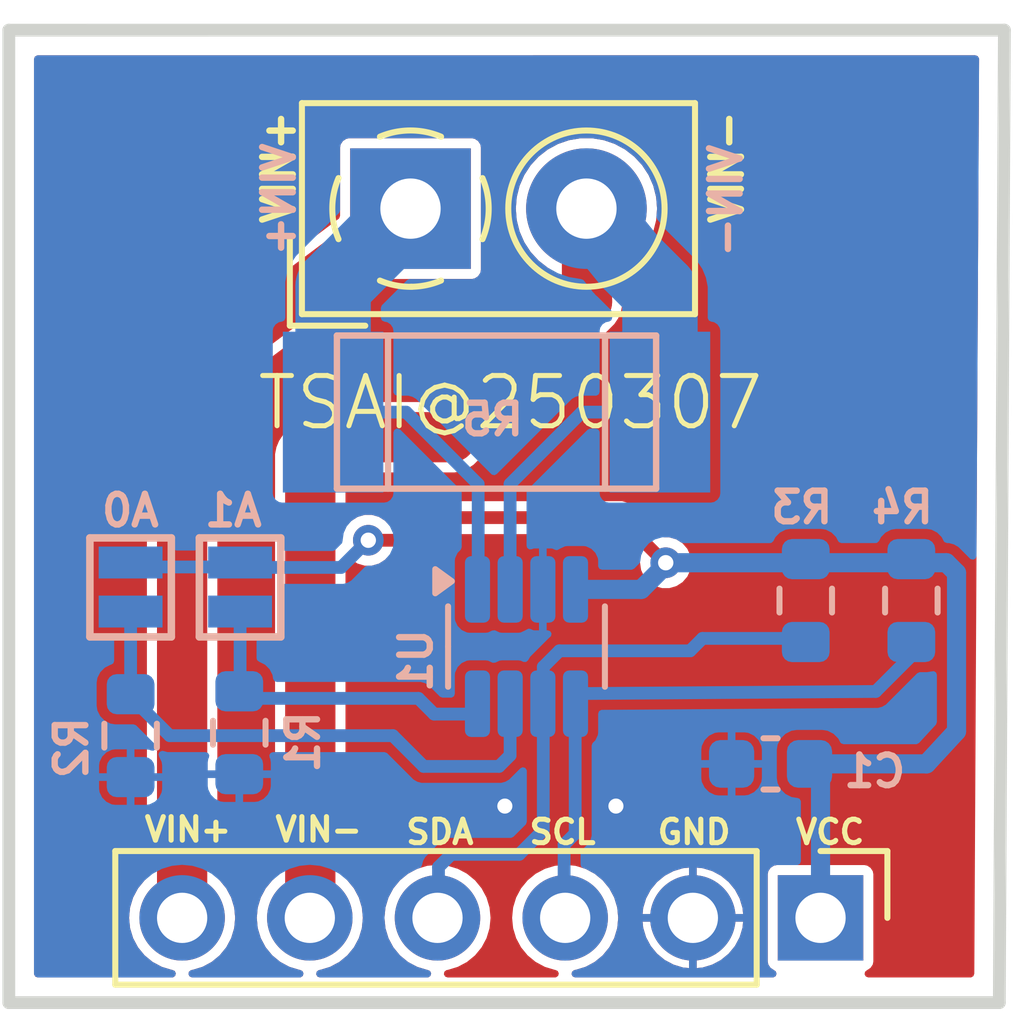
<source format=kicad_pcb>
(kicad_pcb (version 20240108) (generator "pcbnew") (generator_version "8.0")
  (layers (0 "F.Cu" signal "TopLayer") (31 "B.Cu" signal "BottomLayer") (34 "B.Paste" user "BottomPasteMaskLayer") (35 "F.Paste" user "TopPasteMaskLayer") (36 "B.SilkS" user "BottomSilkLayer") (37 "F.SilkS" user "TopSilkLayer") (38 "B.Mask" user "BottomSolderMaskLayer") (39 "F.Mask" user "TopSolderMaskLayer") (44 "Edge.Cuts" user "BoardOutLine"))
  (net 0 "")
  (net 1 "VCC")
  (net 2 "VIN-")
  (net 3 "VIN+")
  (net 4 "GND")
  (net 5 "SDA")
  (net 6 "SCL")
  (net 7 "Net-(U1-A1)")
  (net 8 "Net-(U1-A0)")
  (footprint "Connector_PinHeader_2.54mm:PinHeader_1x06_P2.54mm_Vertical" (layer "F.Cu") (at 153.6 116.5501 -90)
    (property "Reference" "J1" (hide yes))
    (property "Value" "Conn_01x06" (hide yes))
    (fp_line (start -1.33 14.03) (end 1.33 14.03) (stroke (width 0.12)) (layer "F.SilkS"))
    (fp_line (start -1.33 1.27) (end -1.33 14.03) (stroke (width 0.12)) (layer "F.SilkS"))
    (fp_line (start -1.33 1.27) (end 1.33 1.27) (stroke (width 0.12)) (layer "F.SilkS"))
    (fp_line (start 1.33 1.27) (end 1.33 14.03) (stroke (width 0.12)) (layer "F.SilkS"))
    (fp_line (start -1.33 0) (end -1.33 -1.33) (stroke (width 0.12)) (layer "F.SilkS"))
    (fp_line (start -1.33 -1.33) (end 0 -1.33) (stroke (width 0.12)) (layer "F.SilkS"))
    (pad "1" thru_hole rect (at 0 0 270) (size 1.7 1.7) (drill 1) (layers "*.Cu" "*.Mask" "In1.Cu" "In2.Cu" "In3.Cu" "In4.Cu" "In5.Cu" "In6.Cu" "In7.Cu" "In8.Cu" "In9.Cu" "In10.Cu" "In11.Cu" "In12.Cu" "In13.Cu" "In14.Cu" "In15.Cu" "In16.Cu" "In17.Cu" "In18.Cu" "In19.Cu" "In20.Cu" "In21.Cu" "In22.Cu" "In23.Cu" "In24.Cu" "In25.Cu" "In26.Cu" "In27.Cu" "In28.Cu" "In29.Cu" "In30.Cu") (net 1 "VCC"))
    (pad "2" thru_hole oval (at 0 2.54 270) (size 1.7 1.7) (drill 1) (layers "*.Cu" "*.Mask" "In1.Cu" "In2.Cu" "In3.Cu" "In4.Cu" "In5.Cu" "In6.Cu" "In7.Cu" "In8.Cu" "In9.Cu" "In10.Cu" "In11.Cu" "In12.Cu" "In13.Cu" "In14.Cu" "In15.Cu" "In16.Cu" "In17.Cu" "In18.Cu" "In19.Cu" "In20.Cu" "In21.Cu" "In22.Cu" "In23.Cu" "In24.Cu" "In25.Cu" "In26.Cu" "In27.Cu" "In28.Cu" "In29.Cu" "In30.Cu") (net 4 "GND"))
    (pad "3" thru_hole oval (at 0 5.08 270) (size 1.7 1.7) (drill 1) (layers "*.Cu" "*.Mask" "In1.Cu" "In2.Cu" "In3.Cu" "In4.Cu" "In5.Cu" "In6.Cu" "In7.Cu" "In8.Cu" "In9.Cu" "In10.Cu" "In11.Cu" "In12.Cu" "In13.Cu" "In14.Cu" "In15.Cu" "In16.Cu" "In17.Cu" "In18.Cu" "In19.Cu" "In20.Cu" "In21.Cu" "In22.Cu" "In23.Cu" "In24.Cu" "In25.Cu" "In26.Cu" "In27.Cu" "In28.Cu" "In29.Cu" "In30.Cu") (net 6 "SCL"))
    (pad "4" thru_hole oval (at 0 7.62 270) (size 1.7 1.7) (drill 1) (layers "*.Cu" "*.Mask" "In1.Cu" "In2.Cu" "In3.Cu" "In4.Cu" "In5.Cu" "In6.Cu" "In7.Cu" "In8.Cu" "In9.Cu" "In10.Cu" "In11.Cu" "In12.Cu" "In13.Cu" "In14.Cu" "In15.Cu" "In16.Cu" "In17.Cu" "In18.Cu" "In19.Cu" "In20.Cu" "In21.Cu" "In22.Cu" "In23.Cu" "In24.Cu" "In25.Cu" "In26.Cu" "In27.Cu" "In28.Cu" "In29.Cu" "In30.Cu") (net 5 "SDA"))
    (pad "5" thru_hole oval (at 0 10.16 270) (size 1.7 1.7) (drill 1) (layers "*.Cu" "*.Mask" "In1.Cu" "In2.Cu" "In3.Cu" "In4.Cu" "In5.Cu" "In6.Cu" "In7.Cu" "In8.Cu" "In9.Cu" "In10.Cu" "In11.Cu" "In12.Cu" "In13.Cu" "In14.Cu" "In15.Cu" "In16.Cu" "In17.Cu" "In18.Cu" "In19.Cu" "In20.Cu" "In21.Cu" "In22.Cu" "In23.Cu" "In24.Cu" "In25.Cu" "In26.Cu" "In27.Cu" "In28.Cu" "In29.Cu" "In30.Cu") (net 2 "VIN-"))
    (pad "6" thru_hole oval (at 0 12.7 270) (size 1.7 1.7) (drill 1) (layers "*.Cu" "*.Mask" "In1.Cu" "In2.Cu" "In3.Cu" "In4.Cu" "In5.Cu" "In6.Cu" "In7.Cu" "In8.Cu" "In9.Cu" "In10.Cu" "In11.Cu" "In12.Cu" "In13.Cu" "In14.Cu" "In15.Cu" "In16.Cu" "In17.Cu" "In18.Cu" "In19.Cu" "In20.Cu" "In21.Cu" "In22.Cu" "In23.Cu" "In24.Cu" "In25.Cu" "In26.Cu" "In27.Cu" "In28.Cu" "In29.Cu" "In30.Cu") (net 3 "VIN+"))
  )
  (footprint "Basic:TerminalBlock_4Ucon_1x02_P3.50mm_Horizontal_small" (layer "F.Cu") (at 145.443 102.4343)
    (property "Reference" "JP1" (hide yes))
    (property "Value" "M023.5MM" (hide yes))
    (fp_line (start -2.4 0.59) (end -2.4 2.33) (stroke (width 0.12)) (layer "F.SilkS"))
    (fp_line (start -2.4 2.33) (end -0.9 2.33) (stroke (width 0.12)) (layer "F.SilkS"))
    (fp_line (start -2.16 -2.1) (end -2.16 2.1) (stroke (width 0.12)) (layer "F.SilkS"))
    (fp_line (start -2.16 -2.1) (end 5.66 -2.1) (stroke (width 0.12)) (layer "F.SilkS"))
    (fp_line (start -2.16 2.1) (end 5.66 2.1) (stroke (width 0.12)) (layer "F.SilkS"))
    (fp_line (start 5.66 -2.1) (end 5.66 2.1) (stroke (width 0.12)) (layer "F.SilkS"))
    (fp_arc (start -1.432109 0.607742) (mid -1.555727 -0.00014) (end -1.432 -0.608) (stroke (width 0.12)) (layer "F.SilkS"))
    (fp_arc (start -0.607742 -1.432109) (mid 0.00014 -1.555727) (end 0.608 -1.432) (stroke (width 0.12)) (layer "F.SilkS"))
    (fp_arc (start 0.027011 1.555493) (mid -0.296984 1.527118) (end -0.608 1.432) (stroke (width 0.12)) (layer "F.SilkS"))
    (fp_arc (start 0.607587 1.431385) (mid 0.310017 1.523783) (end 0 1.555) (stroke (width 0.12)) (layer "F.SilkS"))
    (fp_arc (start 1.432109 -0.607742) (mid 1.555727 0.00014) (end 1.432 0.608) (stroke (width 0.12)) (layer "F.SilkS"))
    (fp_circle (center 3.5 0) (end 5.055 0) (stroke (width 0.12)) (fill none) (layer "F.SilkS"))
    (pad "1" thru_hole rect (at 0 0) (size 2.4 2.4) (drill 1.2) (layers "*.Cu" "*.Mask" "In1.Cu" "In2.Cu" "In3.Cu" "In4.Cu" "In5.Cu" "In6.Cu" "In7.Cu" "In8.Cu" "In9.Cu" "In10.Cu" "In11.Cu" "In12.Cu" "In13.Cu" "In14.Cu" "In15.Cu" "In16.Cu" "In17.Cu" "In18.Cu" "In19.Cu" "In20.Cu" "In21.Cu" "In22.Cu" "In23.Cu" "In24.Cu" "In25.Cu" "In26.Cu" "In27.Cu" "In28.Cu" "In29.Cu" "In30.Cu") (net 3 "VIN+"))
    (pad "2" thru_hole circle (at 3.5 0) (size 2.4 2.4) (drill 1.2) (layers "*.Cu" "*.Mask" "In1.Cu" "In2.Cu" "In3.Cu" "In4.Cu" "In5.Cu" "In6.Cu" "In7.Cu" "In8.Cu" "In9.Cu" "In10.Cu" "In11.Cu" "In12.Cu" "In13.Cu" "In14.Cu" "In15.Cu" "In16.Cu" "In17.Cu" "In18.Cu" "In19.Cu" "In20.Cu" "In21.Cu" "In22.Cu" "In23.Cu" "In24.Cu" "In25.Cu" "In26.Cu" "In27.Cu" "In28.Cu" "In29.Cu" "In30.Cu") (net 2 "VIN-"))
  )
  (footprint "Resistor_SMD:R_0603_1608Metric" (layer "B.Cu") (at 155.4064 110.2349 90)
    (property "Reference" "R4" (hide yes))
    (property "Value" "10K" (hide yes))
    (fp_line (start 0.237258 -0.5225) (end -0.237258 -0.5225) (stroke (width 0.12)) (layer "B.SilkS"))
    (fp_line (start 0.237258 0.5225) (end -0.237258 0.5225) (stroke (width 0.12)) (layer "B.SilkS"))
    (pad "1" smd roundrect (at -0.825 0 90) (size 0.8 0.95) (layers "B.Cu" "B.Paste" "B.Mask") (net 6 "SCL"))
    (pad "2" smd roundrect (at 0.825 0 90) (size 0.8 0.95) (layers "B.Cu" "B.Paste" "B.Mask") (net 1 "VCC"))
  )
  (footprint "Basic:SolderJumper_2" (layer "B.Cu") (at 142.053 109.9727 90)
    (property "Reference" "SJ1" (hide yes))
    (property "Value" "SOLDERJUMPERNC_TR" (hide yes))
    (fp_line (start 0.985 -0.81) (end -0.985 -0.81) (stroke (width 0.15)) (layer "B.SilkS"))
    (fp_line (start 0.985 0.81) (end 0.985 -0.81) (stroke (width 0.15)) (layer "B.SilkS"))
    (fp_line (start 0.985 0.81) (end -0.985 0.81) (stroke (width 0.15)) (layer "B.SilkS"))
    (fp_line (start -0.985 0.81) (end -0.985 -0.81) (stroke (width 0.15)) (layer "B.SilkS"))
    (pad "1" smd rect (at -0.481 0 90) (size 0.635 1.27) (layers "B.Cu" "B.Paste" "B.Mask") (net 7 "Net-(U1-A1)"))
    (pad "2" smd rect (at 0.495 0 90) (size 0.635 1.27) (layers "B.Cu" "B.Paste" "B.Mask") (net 1 "VCC"))
  )
  (footprint "Resistor_SMD:R_0603_1608Metric" (layer "B.Cu") (at 139.8752 112.9234 -90)
    (property "Reference" "R2" (hide yes))
    (property "Value" "10K" (hide yes))
    (fp_line (start 0.237258 0.5225) (end -0.237258 0.5225) (stroke (width 0.12)) (layer "B.SilkS"))
    (fp_line (start 0.237258 -0.5225) (end -0.237258 -0.5225) (stroke (width 0.12)) (layer "B.SilkS"))
    (pad "1" smd roundrect (at -0.825 0 270) (size 0.8 0.95) (layers "B.Cu" "B.Paste" "B.Mask") (net 8 "Net-(U1-A0)"))
    (pad "2" smd roundrect (at 0.825 0 270) (size 0.8 0.95) (layers "B.Cu" "B.Paste" "B.Mask") (net 4 "GND"))
  )
  (footprint "Resistor_SMD:R_0603_1608Metric" (layer "B.Cu") (at 142.0368 112.8654 -90)
    (property "Reference" "R1" (hide yes))
    (property "Value" "10K" (hide yes))
    (fp_line (start 0.237258 0.5225) (end -0.237258 0.5225) (stroke (width 0.12)) (layer "B.SilkS"))
    (fp_line (start 0.237258 -0.5225) (end -0.237258 -0.5225) (stroke (width 0.12)) (layer "B.SilkS"))
    (pad "1" smd roundrect (at -0.825 0 270) (size 0.8 0.95) (layers "B.Cu" "B.Paste" "B.Mask") (net 7 "Net-(U1-A1)"))
    (pad "2" smd roundrect (at 0.825 0 270) (size 0.8 0.95) (layers "B.Cu" "B.Paste" "B.Mask") (net 4 "GND"))
  )
  (footprint "Capacitor_SMD:C_0603_1608Metric" (layer "B.Cu") (at 152.6057 113.4858)
    (property "Reference" "C1" (hide yes))
    (property "Value" "100nF" (hide yes))
    (fp_line (start 0.14058 -0.51) (end -0.14058 -0.51) (stroke (width 0.12)) (layer "B.SilkS"))
    (fp_line (start 0.14058 0.51) (end -0.14058 0.51) (stroke (width 0.12)) (layer "B.SilkS"))
    (pad "1" smd roundrect (at -0.775 0) (size 0.9 0.95) (layers "B.Cu" "B.Paste" "B.Mask") (net 4 "GND"))
    (pad "2" smd roundrect (at 0.775 0) (size 0.9 0.95) (layers "B.Cu" "B.Paste" "B.Mask") (net 1 "VCC"))
  )
  (footprint "Resistor_SMD:R_0603_1608Metric" (layer "B.Cu") (at 153.3059 110.2349 90)
    (property "Reference" "R3" (hide yes))
    (property "Value" "10K" (hide yes))
    (fp_line (start 0.237258 -0.5225) (end -0.237258 -0.5225) (stroke (width 0.12)) (layer "B.SilkS"))
    (fp_line (start 0.237258 0.5225) (end -0.237258 0.5225) (stroke (width 0.12)) (layer "B.SilkS"))
    (pad "1" smd roundrect (at -0.825 0 90) (size 0.8 0.95) (layers "B.Cu" "B.Paste" "B.Mask") (net 5 "SDA"))
    (pad "2" smd roundrect (at 0.825 0 90) (size 0.8 0.95) (layers "B.Cu" "B.Paste" "B.Mask") (net 1 "VCC"))
  )
  (footprint "Basic:R_2512" (layer "B.Cu") (at 147.1543 106.484)
    (property "Reference" "R5" (hide yes))
    (property "Value" "0.1" (hide yes))
    (fp_line (start -3.175 -1.524) (end -3.175 1.524) (stroke (width 0.127)) (layer "B.SilkS"))
    (fp_line (start -3.175 1.524) (end 3.175 1.524) (stroke (width 0.127)) (layer "B.SilkS"))
    (fp_line (start -2.159 1.524) (end -2.159 -1.524) (stroke (width 0.127)) (layer "B.SilkS"))
    (fp_line (start 2.159 1.524) (end 2.159 -1.524) (stroke (width 0.127)) (layer "B.SilkS"))
    (fp_line (start 3.175 -1.524) (end -3.175 -1.524) (stroke (width 0.127)) (layer "B.SilkS"))
    (fp_line (start 3.175 1.524) (end 3.175 -1.524) (stroke (width 0.127)) (layer "B.SilkS"))
    (pad "1" smd rect (at -3.2511 0 180) (size 1.999 3.2004) (layers "B.Cu" "B.Paste" "B.Mask") (net 3 "VIN+"))
    (pad "2" smd rect (at 3.2513 0 180) (size 1.999 3.2004) (layers "B.Cu" "B.Paste" "B.Mask") (net 2 "VIN-"))
  )
  (footprint "Package_TO_SOT_SMD:SOT-23-8" (layer "B.Cu") (at 147.7506 111.1504 -90)
    (property "Reference" "U1" (hide yes))
    (property "Value" "INA219AIDCNR" (hide yes))
    (fp_line (start -0.8 1.56) (end 0 1.56) (stroke (width 0.12)) (layer "B.SilkS"))
    (fp_line (start 0.8 1.56) (end 0 1.56) (stroke (width 0.12)) (layer "B.SilkS"))
    (fp_line (start -0.8 -1.56) (end 0 -1.56) (stroke (width 0.12)) (layer "B.SilkS"))
    (fp_line (start 0.8 -1.56) (end 0 -1.56) (stroke (width 0.12)) (layer "B.SilkS"))
    (fp_poly (pts (xy -1.3 1.485) (xy -1.54 1.815) (xy -1.06 1.815) (xy -1.3 1.485)) (stroke (width 0.12)) (fill solid) (layer "B.SilkS"))
    (pad "1" smd roundrect (at -1.1375 0.975 270) (size 1.325 0.5) (layers "B.Cu" "B.Paste" "B.Mask") (net 3 "VIN+"))
    (pad "2" smd roundrect (at -1.1375 0.325 270) (size 1.325 0.5) (layers "B.Cu" "B.Paste" "B.Mask") (net 2 "VIN-"))
    (pad "3" smd roundrect (at -1.1375 -0.325 270) (size 1.325 0.5) (layers "B.Cu" "B.Paste" "B.Mask") (net 4 "GND"))
    (pad "4" smd roundrect (at -1.1375 -0.975 270) (size 1.325 0.5) (layers "B.Cu" "B.Paste" "B.Mask") (net 1 "VCC"))
    (pad "5" smd roundrect (at 1.1375 -0.975 270) (size 1.325 0.5) (layers "B.Cu" "B.Paste" "B.Mask") (net 6 "SCL"))
    (pad "6" smd roundrect (at 1.1375 -0.325 270) (size 1.325 0.5) (layers "B.Cu" "B.Paste" "B.Mask") (net 5 "SDA"))
    (pad "7" smd roundrect (at 1.1375 0.325 270) (size 1.325 0.5) (layers "B.Cu" "B.Paste" "B.Mask") (net 8 "Net-(U1-A0)"))
    (pad "8" smd roundrect (at 1.1375 0.975 270) (size 1.325 0.5) (layers "B.Cu" "B.Paste" "B.Mask") (net 7 "Net-(U1-A1)"))
  )
  (footprint "Basic:SolderJumper_2" (layer "B.Cu") (at 139.8752 109.9727 90)
    (property "Reference" "SJ2" (hide yes))
    (property "Value" "SOLDERJUMPERNC_TR" (hide yes))
    (fp_line (start 0.985 -0.81) (end -0.985 -0.81) (stroke (width 0.15)) (layer "B.SilkS"))
    (fp_line (start 0.985 0.81) (end 0.985 -0.81) (stroke (width 0.15)) (layer "B.SilkS"))
    (fp_line (start 0.985 0.81) (end -0.985 0.81) (stroke (width 0.15)) (layer "B.SilkS"))
    (fp_line (start -0.985 0.81) (end -0.985 -0.81) (stroke (width 0.15)) (layer "B.SilkS"))
    (pad "1" smd rect (at -0.481 0 90) (size 0.635 1.27) (layers "B.Cu" "B.Paste" "B.Mask") (net 8 "Net-(U1-A0)"))
    (pad "2" smd rect (at 0.495 0 90) (size 0.635 1.27) (layers "B.Cu" "B.Paste" "B.Mask") (net 1 "VCC"))
  )
  (gr_line (start 137.4524 118.2373) (end 137.4524 98.882103) (stroke (width 0.254)) (layer "Edge.Cuts"))
  (gr_line (start 137.4524 98.882103) (end 157.257686 98.8816) (stroke (width 0.254)) (layer "Edge.Cuts"))
  (gr_line (start 157.1568 118.237) (end 137.4524 118.2373) (stroke (width 0.254)) (layer "Edge.Cuts"))
  (gr_line (start 157.257686 98.8816) (end 157.156598 118.237) (stroke (width 0.254)) (layer "Edge.Cuts"))
  (gr_text "C1" (at 155.3563 113.2762 0) (layer "B.SilkS") (effects (font (size 0.6096 0.6096) (thickness 0.127)) (justify left top mirror)))
  (gr_text "R1" (at 142.9512 112.3696 90) (layer "B.SilkS") (effects (font (size 0.6096 0.6096) (thickness 0.127)) (justify left top mirror)))
  (gr_text "A0" (at 140.5042 108.0875 0) (layer "B.SilkS") (effects (font (size 0.6096 0.6096) (thickness 0.127)) (justify left top mirror)))
  (gr_text "R5" (at 147.7545 106.2745 0) (layer "B.SilkS") (effects (font (size 0.6096 0.6096) (thickness 0.127)) (justify left top mirror)))
  (gr_text "R2" (at 138.3426 112.4855 90) (layer "B.SilkS") (effects (font (size 0.6096 0.6096) (thickness 0.127)) (justify left top mirror)))
  (gr_text "VIN+" (at 142.4686 101.0666 90) (layer "B.SilkS") (effects (font (size 0.6096 0.6096) (thickness 0.127)) (justify left top mirror)))
  (gr_text "R3" (at 153.906 108.025 0) (layer "B.SilkS") (effects (font (size 0.6096 0.6096) (thickness 0.127)) (justify left top mirror)))
  (gr_text "U1" (at 145.1943 110.7352 90) (layer "B.SilkS") (effects (font (size 0.6096 0.6096) (thickness 0.127)) (justify left top mirror)))
  (gr_text "A1" (at 142.5527 108.0875 0) (layer "B.SilkS") (effects (font (size 0.6096 0.6096) (thickness 0.127)) (justify left top mirror)))
  (gr_text "R4" (at 155.9065 108.025 0) (layer "B.SilkS") (effects (font (size 0.6096 0.6096) (thickness 0.127)) (justify left top mirror)))
  (gr_text "VIN-" (at 151.3586 101.092 90) (layer "B.SilkS") (effects (font (size 0.6096 0.6096) (thickness 0.127)) (justify left top mirror)))
  (gr_text "TSAI@250307" (at 142.3416 106.8832 0) (layer "F.SilkS") (effects (font (size 1 1) (thickness 0.1)) (justify left bottom)))
  (gr_text "GND" (at 150.305 114.56884 0) (layer "F.SilkS") (effects (font (size 0.46736 0.46736) (thickness 0.1016)) (justify left top)))
  (gr_text "SDA" (at 145.3038 114.56884 0) (layer "F.SilkS") (effects (font (size 0.46736 0.46736) (thickness 0.1016)) (justify left top)))
  (gr_text "VCC" (at 153.0558 114.56884 0) (layer "F.SilkS") (effects (font (size 0.46736 0.46736) (thickness 0.1016)) (justify left top)))
  (gr_text "VIN-" (at 151.384 102.7938 90) (layer "F.SilkS") (effects (font (size 0.6096 0.6096) (thickness 0.127)) (justify left top)))
  (gr_text "VIN-" (at 142.7033 114.51874 0) (layer "F.SilkS") (effects (font (size 0.46736 0.46736) (thickness 0.1016)) (justify left top)))
  (gr_text "VIN+" (at 140.1026 114.51874 0) (layer "F.SilkS") (effects (font (size 0.46736 0.46736) (thickness 0.1016)) (justify left top)))
  (gr_text "VIN+" (at 142.4686 102.7938 90) (layer "F.SilkS") (effects (font (size 0.6096 0.6096) (thickness 0.127)) (justify left top)))
  (gr_text "SCL" (at 147.7546 114.56884 0) (layer "F.SilkS") (effects (font (size 0.46736 0.46736) (thickness 0.1016)) (justify left top)))
  (segment (start 145.954 108.5845) (end 145.5039 109.0346) (width 0.254) (layer "F.Cu") (net 1))
  (segment (start 149.6049 108.5845) (end 145.954 108.5845) (width 0.254) (layer "F.Cu") (net 1))
  (segment (start 150.5204 109.482) (end 150.5024 109.482) (width 0.254) (layer "F.Cu") (net 1))
  (segment (start 145.5039 109.0346) (end 144.6037 109.0346) (width 0.254) (layer "F.Cu") (net 1))
  (segment (start 150.5024 109.482) (end 149.6049 108.5845) (width 0.254) (layer "F.Cu") (net 1))
  (via (at 150.5204 109.482) (size 0.6096) (drill 0.3048) (layers "F.Cu" "B.Cu") (net 1))
  (via (at 144.6037 109.0346) (size 0.6096) (drill 0.3048) (layers "F.Cu" "B.Cu") (net 1))
  (segment (start 150.5204 109.482) (end 150.5204 109.5248) (width 0.381) (layer "B.Cu") (net 1))
  (segment (start 156.3056 109.6847) (end 156.1023 109.4814) (width 0.381) (layer "B.Cu") (net 1))
  (segment (start 150.5204 109.5248) (end 150.0323 110.0129) (width 0.381) (layer "B.Cu") (net 1))
  (segment (start 153.5999 113.7799) (end 153.5999 116.55) (width 0.381) (layer "B.Cu") (net 1))
  (segment (start 153.3059 109.4817) (end 155.4065 109.4817) (width 0.381) (layer "B.Cu") (net 1))
  (segment (start 156.1023 109.4814) (end 155.4065 109.4814) (width 0.381) (layer "B.Cu") (net 1))
  (segment (start 153.3058 113.4858) (end 153.5999 113.7799) (width 0.381) (layer "B.Cu") (net 1))
  (segment (start 155.7073 113.485) (end 156.3056 112.8368) (width 0.381) (layer "B.Cu") (net 1))
  (segment (start 139.8754 109.5665) (end 142.0529 109.5665) (width 0.254) (layer "B.Cu") (net 1))
  (segment (start 153.3045 113.485) (end 155.7073 113.485) (width 0.381) (layer "B.Cu") (net 1))
  (segment (start 144.6025 109.0349) (end 144.0618 109.5756) (width 0.254) (layer "B.Cu") (net 1))
  (segment (start 150.5204 109.482) (end 153.307 109.482) (width 0.381) (layer "B.Cu") (net 1))
  (segment (start 144.0618 109.5756) (end 142.0621 109.5756) (width 0.254) (layer "B.Cu") (net 1))
  (segment (start 142.0621 109.5756) (end 142.0523 109.5658) (width 0.254) (layer "B.Cu") (net 1))
  (segment (start 150.0323 110.0129) (end 148.7256 110.0129) (width 0.381) (layer "B.Cu") (net 1))
  (segment (start 148.7198 110.0071) (end 148.7256 110.0129) (width 0.381) (layer "B.Cu") (net 1))
  (segment (start 156.3056 112.8368) (end 156.3056 109.6847) (width 0.381) (layer "B.Cu") (net 1))
  (segment (start 143.4493 107.3879) (end 143.853 106.9841) (width 1) (layer "F.Cu") (net 2))
  (segment (start 146.2539 106.9841) (end 148.9542 104.2838) (width 1) (layer "F.Cu") (net 2))
  (segment (start 143.853 106.9841) (end 146.2539 106.9841) (width 1) (layer "F.Cu") (net 2))
  (segment (start 148.9542 104.2838) (end 148.9542 102.433) (width 1) (layer "F.Cu") (net 2))
  (segment (start 143.4493 116.5508) (end 143.4493 107.3879) (width 1) (layer "F.Cu") (net 2))
  (segment (start 147.4244 109.6755) (end 147.4244 107.9143) (width 0.254) (layer "B.Cu") (net 2))
  (segment (start 149.8049 103.4832) (end 150.4056 104.0839) (width 1.5) (layer "B.Cu") (net 2))
  (segment (start 148.9542 102.433) (end 149.8049 103.4832) (width 1.5) (layer "B.Cu") (net 2))
  (segment (start 150.4056 104.0839) (end 150.4056 106.4843) (width 1.5) (layer "B.Cu") (net 2))
  (segment (start 147.4244 107.9143) (end 148.8545 106.4843) (width 0.254) (layer "B.Cu") (net 2))
  (segment (start 148.8545 106.4843) (end 150.4056 106.4843) (width 0.254) (layer "B.Cu") (net 2))
  (segment (start 140.9 106.4501) (end 140.9 105.8457) (width 1) (layer "F.Cu") (net 3))
  (segment (start 140.9 116.5501) (end 140.9 106.4501) (width 1) (layer "F.Cu") (net 3))
  (segment (start 140.9 105.8457) (end 145.4541 102.433) (width 1) (layer "F.Cu") (net 3))
  (segment (start 145.4541 102.433) (end 143.9032 103.9839) (width 1.5) (layer "B.Cu") (net 3))
  (segment (start 145.3541 106.4843) (end 143.9032 106.4843) (width 0.254) (layer "B.Cu") (net 3))
  (segment (start 145.4541 102.433) (end 145.4541 102.433) (width 1.5) (layer "B.Cu") (net 3))
  (segment (start 146.7894 109.6755) (end 146.7894 107.9196) (width 0.254) (layer "B.Cu") (net 3))
  (segment (start 143.9032 103.9839) (end 143.9032 106.4843) (width 1.5) (layer "B.Cu") (net 3))
  (segment (start 146.7894 107.9196) (end 145.3541 106.4843) (width 0.254) (layer "B.Cu") (net 3))
  (via (at 147.32 114.3254) (size 0.6) (drill 0.3) (layers "F.Cu" "B.Cu") (net 4))
  (via (at 149.5298 114.3254) (size 0.6) (drill 0.3) (layers "F.Cu" "B.Cu") (net 4))
  (segment (start 147.6044 115.2862) (end 148.0845 114.8061) (width 0.254) (layer "B.Cu") (net 5))
  (segment (start 151.2523 110.9881) (end 153.3059 110.9881) (width 0.254) (layer "B.Cu") (net 5))
  (segment (start 148.0845 111.5553) (end 148.4046 111.2352) (width 0.254) (layer "B.Cu") (net 5))
  (segment (start 148.4046 111.2352) (end 151.0052 111.2352) (width 0.254) (layer "B.Cu") (net 5))
  (segment (start 145.9999 115.5403) (end 146.2541 115.2862) (width 0.254) (layer "B.Cu") (net 5))
  (segment (start 151.0052 111.2352) (end 151.2523 110.9881) (width 0.254) (layer "B.Cu") (net 5))
  (segment (start 148.0845 114.8061) (end 148.0845 112.4949) (width 0.254) (layer "B.Cu") (net 5))
  (segment (start 148.0845 112.4949) (end 148.0845 111.5553) (width 0.254) (layer "B.Cu") (net 5))
  (segment (start 145.9999 116.55) (end 145.9999 115.5403) (width 0.254) (layer "B.Cu") (net 5))
  (segment (start 146.2541 115.2862) (end 147.6044 115.2862) (width 0.254) (layer "B.Cu") (net 5))
  (segment (start 148.4988 116.5508) (end 148.4988 115.092) (width 0.254) (layer "B.Cu") (net 6))
  (segment (start 148.4988 115.092) (end 148.7195 114.8713) (width 0.254) (layer "B.Cu") (net 6))
  (segment (start 148.7195 114.8713) (end 148.7195 112.4949) (width 0.254) (layer "B.Cu") (net 6))
  (segment (start 154.6978 112.0443) (end 155.4065 111.3357) (width 0.254) (layer "B.Cu") (net 6))
  (segment (start 155.4065 111.3357) (end 155.4065 110.9876) (width 0.254) (layer "B.Cu") (net 6))
  (segment (start 148.8548 112.0854) (end 154.6978 112.0443) (width 0.254) (layer "B.Cu") (net 6))
  (segment (start 142.0523 112.182) (end 145.6007 112.182) (width 0.254) (layer "B.Cu") (net 7))
  (segment (start 145.6007 112.182) (end 145.9131 112.4944) (width 0.254) (layer "B.Cu") (net 7))
  (segment (start 142.053 112.1823) (end 142.0532 110.3793) (width 0.254) (layer "B.Cu") (net 7))
  (segment (start 145.9131 112.4944) (end 146.7894 112.4944) (width 0.254) (layer "B.Cu") (net 7))
  (segment (start 145.0927 112.9237) (end 145.7048 113.5358) (width 0.254) (layer "B.Cu") (net 8))
  (segment (start 145.7048 113.5358) (end 147.2034 113.5358) (width 0.254) (layer "B.Cu") (net 8))
  (segment (start 139.8527 112.1236) (end 140.6528 112.9237) (width 0.254) (layer "B.Cu") (net 8))
  (segment (start 140.6528 112.9237) (end 145.0927 112.9237) (width 0.254) (layer "B.Cu") (net 8))
  (segment (start 147.2034 113.5358) (end 147.4244 113.3148) (width 0.254) (layer "B.Cu") (net 8))
  (segment (start 147.4244 113.3148) (end 147.4244 112.4944) (width 0.254) (layer "B.Cu") (net 8))
  (segment (start 139.8752 110.3793) (end 139.8752 112.1701) (width 0.254) (layer "B.Cu") (net 8))
  (zone (net 4) (net_name "GND") (layer "F.Cu") (priority 98) (connect_pads (clearance 0.1524)) (min_thickness 0.1524) (fill yes (thermal_gap 0.1524) (thermal_bridge_width 0.1524))
    (polygon (pts (xy 137.2768 98.732) (xy 157.2319 98.732) (xy 157.2319 118.6371) (xy 137.2768 118.6371)))
  )
  (zone (net 4) (net_name "GND") (layer "B.Cu") (priority 99) (connect_pads (clearance 0.1524)) (min_thickness 0.1524) (fill yes (thermal_gap 0.1524) (thermal_bridge_width 0.1524))
    (polygon (pts (xy 137.7019 98.2819) (xy 157.657 98.2819) (xy 157.657 118.1869) (xy 137.7019 118.1869)))
  )
)
</source>
